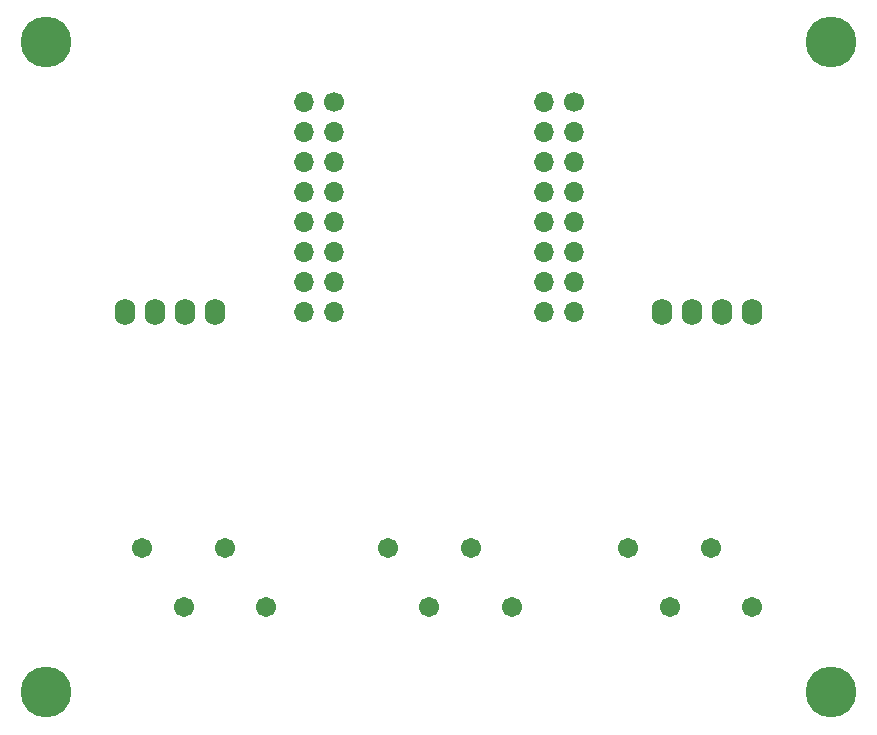
<source format=gbs>
G04 #@! TF.GenerationSoftware,KiCad,Pcbnew,8.0.8*
G04 #@! TF.CreationDate,2025-02-11T18:02:45+01:00*
G04 #@! TF.ProjectId,PCB,5043422e-6b69-4636-9164-5f7063625858,rev?*
G04 #@! TF.SameCoordinates,Original*
G04 #@! TF.FileFunction,Soldermask,Bot*
G04 #@! TF.FilePolarity,Negative*
%FSLAX46Y46*%
G04 Gerber Fmt 4.6, Leading zero omitted, Abs format (unit mm)*
G04 Created by KiCad (PCBNEW 8.0.8) date 2025-02-11 18:02:45*
%MOMM*%
%LPD*%
G01*
G04 APERTURE LIST*
%ADD10O,1.750000X2.250000*%
%ADD11C,4.300000*%
%ADD12C,1.700000*%
%ADD13O,1.700000X1.700000*%
%ADD14C,1.712000*%
G04 APERTURE END LIST*
D10*
X160662000Y-83820000D03*
X163202000Y-83820000D03*
X165742000Y-83820000D03*
X168282000Y-83820000D03*
D11*
X108502000Y-61040000D03*
X174962000Y-61040000D03*
D12*
X132842000Y-66040000D03*
D13*
X130302000Y-66040000D03*
X132842000Y-68580000D03*
X130302000Y-68580000D03*
X132842000Y-71120000D03*
X130302000Y-71120000D03*
X132842000Y-73660000D03*
X130302000Y-73660000D03*
X132842000Y-76200000D03*
X130302000Y-76200000D03*
X132842000Y-78740000D03*
X130302000Y-78740000D03*
X132842000Y-81280000D03*
X130302000Y-81280000D03*
X132842000Y-83820000D03*
X130302000Y-83820000D03*
D14*
X116622000Y-103820000D03*
X120122000Y-108820000D03*
X123622000Y-103820000D03*
X127122000Y-108820000D03*
X137424500Y-103820000D03*
X140924500Y-108820000D03*
X144424500Y-103820000D03*
X147924500Y-108820000D03*
D11*
X174962000Y-116040000D03*
X108502000Y-116040000D03*
D10*
X115182000Y-83820000D03*
X117722000Y-83820000D03*
X120262000Y-83820000D03*
X122802000Y-83820000D03*
D12*
X153162000Y-66040000D03*
D13*
X150622000Y-66040000D03*
X153162000Y-68580000D03*
X150622000Y-68580000D03*
X153162000Y-71120000D03*
X150622000Y-71120000D03*
X153162000Y-73660000D03*
X150622000Y-73660000D03*
X153162000Y-76200000D03*
X150622000Y-76200000D03*
X153162000Y-78740000D03*
X150622000Y-78740000D03*
X153162000Y-81280000D03*
X150622000Y-81280000D03*
X153162000Y-83820000D03*
X150622000Y-83820000D03*
D14*
X157782000Y-103820000D03*
X161282000Y-108820000D03*
X164782000Y-103820000D03*
X168282000Y-108820000D03*
M02*

</source>
